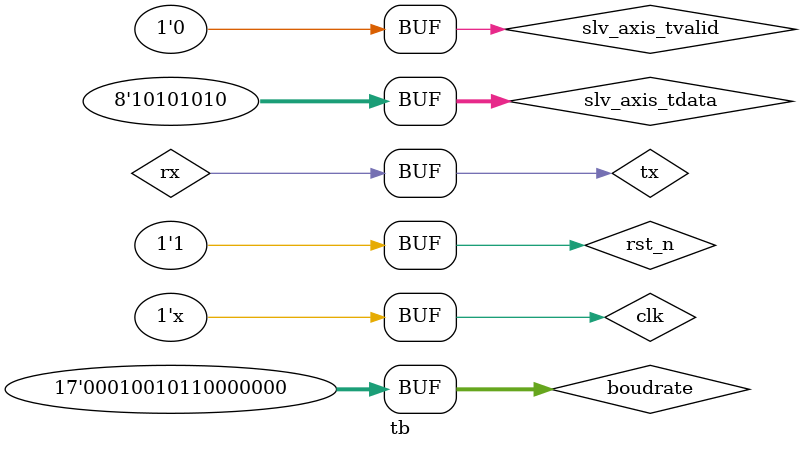
<source format=sv>
`timescale 1ns/1ps
`include "axis_if.sv"
`include "apb_if.sv"

module tb();

    localparam CLK_PERIOD = 10;

    logic rst_n = 1;
    logic clk   = 0;
    logic rx;
    logic [16:0] boudrate;
    logic [7:0] mst_axis_tdata; // один парити бит?
    logic mst_axis_tvalid; 
    logic mst_axis_tlast; // ?
    logic mst_axis_tready;
    logic parity_check_error;
    logic stop_bit_check_error;

    logic [7:0] slv_axis_tdata;
    logic slv_axis_tvalid;
    logic slv_axis_tlast;
    logic slv_axis_tready;
    logic tx;

    logic rx_tx;

    always #(CLK_PERIOD) clk = ~clk;
    assign rx = tx;
    initial begin
        #5
        rst_n = 0;
        #5
        rst_n = 1;
        #20
        boudrate <= 9600;
        
        slv_axis_tdata <= 8'b10101010;
        slv_axis_tvalid <= 1;
        #20
        slv_axis_tvalid <= 0;
    end

    

    uart DUT
    (
        .clk (clk),
        .rst_n (rst_n),
        .boudrate (boudrate),
        .slv_axis_tdata_i (slv_axis_tdata),
        .slv_axis_tvalid_i (slv_axis_tvalid),
        .slv_axis_tready_o (slv_axis_tready),
        .tx_o (tx),
        .rx_i (rx),
        .mst_axis_tdata_o (mst_axis_tdata),
        .mst_axis_tvalid_o (mst_axis_tvalid),
        .mst_axis_tready_i (mst_axis_tready)
    );

    // uart_rx DUT_RX
    // (
    //     .clk_i (clk),
    //     .rst_n_i (rst_n),
    //     .rx_i (tx),
    //     .boudrate_i (boudrate),
    //     .mst_axis_tdata_o (mst_axis_tdata),
    //     .mst_axis_tvalid_o (mst_axis_tvalid),
    //     .mst_axis_tlast_o (mst_axis_tlast),
    //     .mst_axis_tready_i (mst_axis_tready),
    //     .parity_check_error (parity_check_error),
    //     .stop_bit_check_error (stop_bit_check_error)
    // );

    // uart_tx DUT_TX
    // (
    //     .clk_i (clk),
    //     .rst_n_i (rst_n),
    //     .boudrate_i (boudrate),
    //     .slv_axis_tdata_i (slv_axis_tdata),
    //     .slv_axis_tvalid_i (slv_axis_tvalid),
    //     .slv_axis_tready_o (slv_axis_tready),
    //     .tx_o (tx)
    // );

endmodule

</source>
